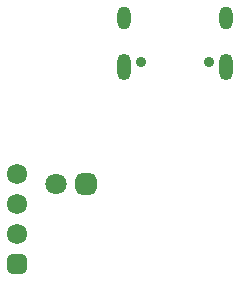
<source format=gbr>
%TF.GenerationSoftware,Altium Limited,Altium Designer,24.5.1 (21)*%
G04 Layer_Color=16711935*
%FSLAX45Y45*%
%MOMM*%
%TF.SameCoordinates,B243DE45-8CDA-4261-9277-E6BC4981C879*%
%TF.FilePolarity,Negative*%
%TF.FileFunction,Soldermask,Bot*%
%TF.Part,Single*%
G01*
G75*
%TA.AperFunction,ComponentPad*%
%ADD65C,1.72000*%
G04:AMPARAMS|DCode=66|XSize=1.72mm|YSize=1.72mm|CornerRadius=0.48mm|HoleSize=0mm|Usage=FLASHONLY|Rotation=90.000|XOffset=0mm|YOffset=0mm|HoleType=Round|Shape=RoundedRectangle|*
%AMROUNDEDRECTD66*
21,1,1.72000,0.76000,0,0,90.0*
21,1,0.76000,1.72000,0,0,90.0*
1,1,0.96000,0.38000,0.38000*
1,1,0.96000,0.38000,-0.38000*
1,1,0.96000,-0.38000,-0.38000*
1,1,0.96000,-0.38000,0.38000*
%
%ADD66ROUNDEDRECTD66*%
G04:AMPARAMS|DCode=67|XSize=1.8mm|YSize=1.8mm|CornerRadius=0.5mm|HoleSize=0mm|Usage=FLASHONLY|Rotation=180.000|XOffset=0mm|YOffset=0mm|HoleType=Round|Shape=RoundedRectangle|*
%AMROUNDEDRECTD67*
21,1,1.80000,0.80000,0,0,180.0*
21,1,0.80000,1.80000,0,0,180.0*
1,1,1.00000,-0.40000,0.40000*
1,1,1.00000,0.40000,0.40000*
1,1,1.00000,0.40000,-0.40000*
1,1,1.00000,-0.40000,-0.40000*
%
%ADD67ROUNDEDRECTD67*%
%ADD68C,1.80000*%
%ADD69O,1.15000X2.25000*%
%ADD70O,1.15000X1.95000*%
%ADD71C,0.90000*%
D65*
X13520000Y8560999D02*
D03*
Y8306999D02*
D03*
Y8052999D02*
D03*
D66*
Y7798999D02*
D03*
D67*
X14107001Y8480000D02*
D03*
D68*
X13853000D02*
D03*
D69*
X14428000Y9465000D02*
D03*
X15292000D02*
D03*
D70*
X14428000Y9880000D02*
D03*
X15292000D02*
D03*
D71*
X14571001Y9515000D02*
D03*
X15149001D02*
D03*
%TF.MD5,b2c2ae4466780d9b9975539089661a5d*%
M02*

</source>
